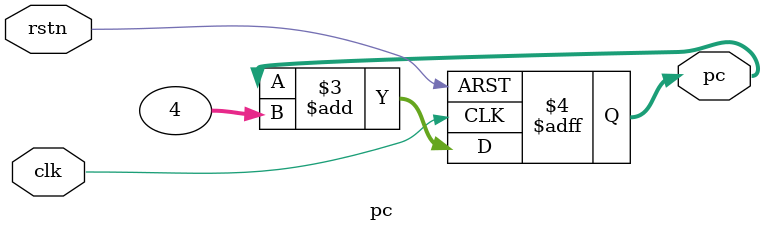
<source format=v>
module pc (
    input   wire            clk,
    input   wire            rstn,
    output  reg     [31:0]  pc
);
    always @(posedge clk, negedge rstn) begin
        if (~rstn)
            pc  <=  32'h0;
        else
            pc  <=  pc + 4;
    end
endmodule
</source>
